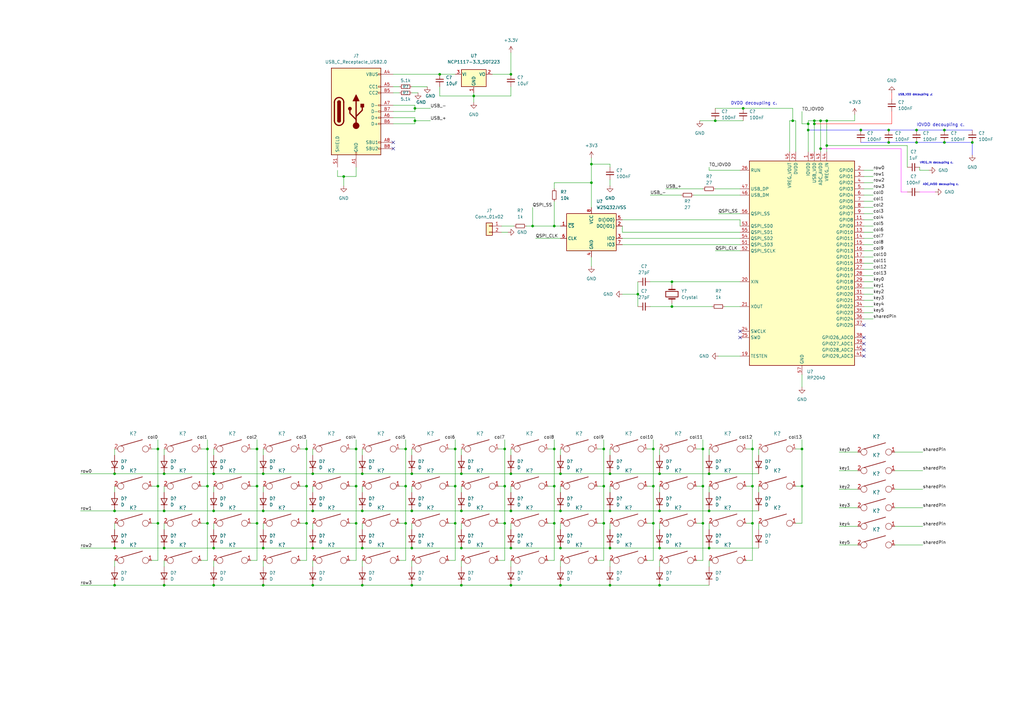
<source format=kicad_sch>
(kicad_sch (version 20211123) (generator eeschema)
  (paper "A3")
  (junction (at 339.09 49.53))
  (junction (at 146.05 184.15))
  (junction (at 105.41 214.63))
  (junction (at 339.09 59.69))
  (junction (at 364.49 53.34))
  (junction (at 387.35 58.42))
  (junction (at 229.87 224.79))
  (junction (at 270.51 240.03))
  (junction (at 242.57 67.31))
  (junction (at 247.65 184.15))
  (junction (at 250.19 209.55))
  (junction (at 375.92 53.34))
  (junction (at 250.19 224.79))
  (junction (at 288.29 184.15))
  (junction (at 128.27 240.03))
  (junction (at 107.95 194.31))
  (junction (at 207.01 199.39))
  (junction (at 290.83 209.55))
  (junction (at 242.57 74.93))
  (junction (at 328.93 184.15))
  (junction (at 107.95 209.55))
  (junction (at 128.27 194.31))
  (junction (at 227.33 214.63))
  (junction (at 148.59 224.79))
  (junction (at 270.51 194.31))
  (junction (at 325.12 49.53))
  (junction (at 189.23 240.03))
  (junction (at 328.93 199.39))
  (junction (at 353.06 53.34))
  (junction (at 336.55 60.96))
  (junction (at 170.18 49.53))
  (junction (at 67.31 224.79))
  (junction (at 146.05 199.39))
  (junction (at 107.95 240.03))
  (junction (at 189.23 224.79))
  (junction (at 398.78 58.42))
  (junction (at 140.97 72.39))
  (junction (at 334.01 49.53))
  (junction (at 148.59 240.03))
  (junction (at 288.29 214.63))
  (junction (at 46.99 209.55))
  (junction (at 267.97 214.63))
  (junction (at 180.34 30.48))
  (junction (at 168.91 209.55))
  (junction (at 85.09 214.63))
  (junction (at 148.59 209.55))
  (junction (at 261.62 120.65))
  (junction (at 85.09 184.15))
  (junction (at 125.73 199.39))
  (junction (at 218.44 92.71))
  (junction (at 168.91 240.03))
  (junction (at 67.31 209.55))
  (junction (at 194.31 39.37))
  (junction (at 331.47 50.8))
  (junction (at 290.83 224.79))
  (junction (at 67.31 240.03))
  (junction (at 125.73 214.63))
  (junction (at 166.37 199.39))
  (junction (at 308.61 184.15))
  (junction (at 270.51 209.55))
  (junction (at 207.01 184.15))
  (junction (at 46.99 194.31))
  (junction (at 209.55 224.79))
  (junction (at 375.92 58.42))
  (junction (at 107.95 224.79))
  (junction (at 331.47 53.34))
  (junction (at 229.87 209.55))
  (junction (at 105.41 199.39))
  (junction (at 87.63 194.31))
  (junction (at 87.63 224.79))
  (junction (at 67.31 194.31))
  (junction (at 189.23 209.55))
  (junction (at 64.77 184.15))
  (junction (at 227.33 199.39))
  (junction (at 227.33 184.15))
  (junction (at 267.97 184.15))
  (junction (at 189.23 194.31))
  (junction (at 148.59 194.31))
  (junction (at 186.69 214.63))
  (junction (at 46.99 240.03))
  (junction (at 229.87 194.31))
  (junction (at 207.01 214.63))
  (junction (at 105.41 184.15))
  (junction (at 304.8 44.45))
  (junction (at 46.99 224.79))
  (junction (at 87.63 240.03))
  (junction (at 168.91 194.31))
  (junction (at 288.29 199.39))
  (junction (at 270.51 224.79))
  (junction (at 290.83 194.31))
  (junction (at 168.91 224.79))
  (junction (at 229.87 240.03))
  (junction (at 85.09 199.39))
  (junction (at 293.37 49.53))
  (junction (at 275.59 115.57))
  (junction (at 146.05 214.63))
  (junction (at 336.55 49.53))
  (junction (at 250.19 194.31))
  (junction (at 308.61 199.39))
  (junction (at 275.59 125.73))
  (junction (at 247.65 214.63))
  (junction (at 247.65 199.39))
  (junction (at 64.77 199.39))
  (junction (at 209.55 240.03))
  (junction (at 170.18 44.45))
  (junction (at 364.49 58.42))
  (junction (at 128.27 224.79))
  (junction (at 227.33 92.71))
  (junction (at 209.55 209.55))
  (junction (at 87.63 209.55))
  (junction (at 209.55 194.31))
  (junction (at 166.37 214.63))
  (junction (at 166.37 184.15))
  (junction (at 128.27 209.55))
  (junction (at 308.61 214.63))
  (junction (at 267.97 199.39))
  (junction (at 387.35 53.34))
  (junction (at 186.69 199.39))
  (junction (at 125.73 184.15))
  (junction (at 209.55 30.48))
  (junction (at 334.01 50.8))
  (junction (at 250.19 240.03))
  (junction (at 64.77 214.63))
  (junction (at 186.69 184.15))
  (no_connect (at 161.29 60.96))
  (no_connect (at 161.29 58.42))
  (no_connect (at 303.53 135.89))
  (no_connect (at 303.53 138.43))
  (no_connect (at 354.33 133.35))
  (no_connect (at 354.33 138.43))
  (no_connect (at 354.33 140.97))
  (no_connect (at 354.33 143.51))
  (no_connect (at 354.33 146.05))
  (wire (pts (xy 331.47 50.8) (xy 331.47 53.34)))
  (wire (pts (xy 242.57 74.93) (xy 242.57 85.09)))
  (wire (pts (xy 189.23 229.87) (xy 189.23 232.41)))
  (wire (pts (xy 163.83 199.39) (xy 166.37 199.39)))
  (wire (pts (xy 168.91 35.56) (xy 175.26 35.56)))
  (wire (pts (xy 46.99 224.79) (xy 67.31 224.79)))
  (wire (pts (xy 64.77 184.15) (xy 64.77 199.39)))
  (wire (pts (xy 336.55 62.23) (xy 336.55 60.96)))
  (wire (pts (xy 323.85 49.53) (xy 323.85 62.23)))
  (wire (pts (xy 229.87 209.55) (xy 250.19 209.55)))
  (wire (pts (xy 344.17 185.42) (xy 351.79 185.42)))
  (wire (pts (xy 229.87 184.15) (xy 229.87 186.69)))
  (wire (pts (xy 308.61 184.15) (xy 308.61 180.34)))
  (wire (pts (xy 354.33 92.71) (xy 358.14 92.71)))
  (wire (pts (xy 270.51 229.87) (xy 270.51 232.41)))
  (wire (pts (xy 290.83 69.85) (xy 303.53 69.85)))
  (wire (pts (xy 87.63 209.55) (xy 107.95 209.55)))
  (wire (pts (xy 261.62 115.57) (xy 261.62 120.65)))
  (wire (pts (xy 82.55 199.39) (xy 85.09 199.39)))
  (wire (pts (xy 354.33 125.73) (xy 358.14 125.73)))
  (wire (pts (xy 336.55 60.96) (xy 336.55 49.53)))
  (wire (pts (xy 166.37 184.15) (xy 166.37 199.39)))
  (wire (pts (xy 369.57 60.96) (xy 369.57 78.74)) (stroke (width 0) (color 255 0 255 1)))
  (wire (pts (xy 215.9 92.71) (xy 218.44 92.71)))
  (wire (pts (xy 148.59 194.31) (xy 168.91 194.31)))
  (wire (pts (xy 326.39 49.53) (xy 325.12 49.53)))
  (wire (pts (xy 290.83 194.31) (xy 311.15 194.31)))
  (wire (pts (xy 364.49 53.34) (xy 375.92 53.34)) (stroke (width 0) (color 0 0 255 1)))
  (wire (pts (xy 354.33 107.95) (xy 358.14 107.95)))
  (wire (pts (xy 148.59 240.03) (xy 168.91 240.03)))
  (wire (pts (xy 218.44 85.09) (xy 218.44 92.71)))
  (wire (pts (xy 308.61 184.15) (xy 308.61 199.39)))
  (wire (pts (xy 287.02 49.53) (xy 293.37 49.53)))
  (wire (pts (xy 354.33 95.25) (xy 358.14 95.25)))
  (wire (pts (xy 170.18 45.72) (xy 161.29 45.72)))
  (wire (pts (xy 250.19 184.15) (xy 250.19 186.69)))
  (wire (pts (xy 148.59 229.87) (xy 148.59 232.41)))
  (wire (pts (xy 64.77 199.39) (xy 64.77 214.63)))
  (wire (pts (xy 219.71 97.79) (xy 229.87 97.79)))
  (wire (pts (xy 163.83 214.63) (xy 166.37 214.63)))
  (wire (pts (xy 87.63 240.03) (xy 107.95 240.03)))
  (wire (pts (xy 218.44 92.71) (xy 227.33 92.71)))
  (wire (pts (xy 266.7 115.57) (xy 275.59 115.57)))
  (wire (pts (xy 209.55 224.79) (xy 229.87 224.79)))
  (wire (pts (xy 344.17 208.28) (xy 351.79 208.28)))
  (wire (pts (xy 123.19 229.87) (xy 125.73 229.87)))
  (wire (pts (xy 204.47 184.15) (xy 207.01 184.15)))
  (wire (pts (xy 303.53 90.17) (xy 255.27 90.17)))
  (wire (pts (xy 229.87 229.87) (xy 229.87 232.41)))
  (wire (pts (xy 265.43 229.87) (xy 267.97 229.87)))
  (wire (pts (xy 250.19 199.39) (xy 250.19 201.93)))
  (wire (pts (xy 87.63 214.63) (xy 87.63 217.17)))
  (wire (pts (xy 242.57 64.77) (xy 242.57 67.31)))
  (wire (pts (xy 184.15 214.63) (xy 186.69 214.63)))
  (wire (pts (xy 354.33 115.57) (xy 358.14 115.57)))
  (wire (pts (xy 387.35 53.34) (xy 398.78 53.34)) (stroke (width 0) (color 0 0 255 1)))
  (wire (pts (xy 168.91 240.03) (xy 189.23 240.03)))
  (wire (pts (xy 194.31 38.1) (xy 194.31 39.37)))
  (wire (pts (xy 143.51 184.15) (xy 146.05 184.15)))
  (wire (pts (xy 46.99 184.15) (xy 46.99 186.69)))
  (wire (pts (xy 270.51 209.55) (xy 290.83 209.55)))
  (wire (pts (xy 293.37 102.87) (xy 303.53 102.87)))
  (wire (pts (xy 128.27 209.55) (xy 148.59 209.55)))
  (wire (pts (xy 328.93 184.15) (xy 328.93 180.34)))
  (wire (pts (xy 128.27 199.39) (xy 128.27 201.93)))
  (wire (pts (xy 189.23 214.63) (xy 189.23 217.17)))
  (wire (pts (xy 128.27 194.31) (xy 148.59 194.31)))
  (wire (pts (xy 189.23 224.79) (xy 209.55 224.79)))
  (wire (pts (xy 275.59 124.46) (xy 275.59 125.73)))
  (wire (pts (xy 227.33 184.15) (xy 227.33 199.39)))
  (wire (pts (xy 250.19 224.79) (xy 270.51 224.79)))
  (wire (pts (xy 354.33 102.87) (xy 358.14 102.87)))
  (wire (pts (xy 170.18 44.45) (xy 176.53 44.45)))
  (wire (pts (xy 336.55 60.96) (xy 369.57 60.96)) (stroke (width 0) (color 255 0 255 1)))
  (wire (pts (xy 87.63 194.31) (xy 107.95 194.31)))
  (wire (pts (xy 285.75 184.15) (xy 288.29 184.15)))
  (wire (pts (xy 229.87 199.39) (xy 229.87 201.93)))
  (wire (pts (xy 294.64 146.05) (xy 303.53 146.05)))
  (wire (pts (xy 227.33 74.93) (xy 242.57 74.93)))
  (wire (pts (xy 102.87 184.15) (xy 105.41 184.15)))
  (wire (pts (xy 290.83 68.58) (xy 290.83 69.85)))
  (wire (pts (xy 297.18 125.73) (xy 303.53 125.73)))
  (wire (pts (xy 328.93 153.67) (xy 328.93 158.75)))
  (wire (pts (xy 270.51 224.79) (xy 290.83 224.79)))
  (wire (pts (xy 344.17 215.9) (xy 351.79 215.9)))
  (wire (pts (xy 146.05 184.15) (xy 146.05 180.34)))
  (wire (pts (xy 123.19 199.39) (xy 125.73 199.39)))
  (wire (pts (xy 67.31 214.63) (xy 67.31 217.17)))
  (wire (pts (xy 140.97 72.39) (xy 140.97 76.2)))
  (wire (pts (xy 46.99 214.63) (xy 46.99 217.17)))
  (wire (pts (xy 354.33 74.93) (xy 358.14 74.93)))
  (wire (pts (xy 82.55 184.15) (xy 85.09 184.15)))
  (wire (pts (xy 166.37 214.63) (xy 166.37 229.87)))
  (wire (pts (xy 293.37 77.47) (xy 303.53 77.47)))
  (wire (pts (xy 229.87 224.79) (xy 250.19 224.79)))
  (wire (pts (xy 204.47 199.39) (xy 207.01 199.39)))
  (wire (pts (xy 326.39 62.23) (xy 326.39 49.53)))
  (wire (pts (xy 247.65 199.39) (xy 247.65 214.63)))
  (wire (pts (xy 354.33 100.33) (xy 358.14 100.33)))
  (wire (pts (xy 354.33 118.11) (xy 358.14 118.11)))
  (wire (pts (xy 242.57 67.31) (xy 242.57 74.93)))
  (wire (pts (xy 377.19 78.74) (xy 383.54 78.74)) (stroke (width 0) (color 255 0 255 1)))
  (wire (pts (xy 125.73 184.15) (xy 125.73 199.39)))
  (wire (pts (xy 161.29 35.56) (xy 163.83 35.56)))
  (wire (pts (xy 189.23 209.55) (xy 209.55 209.55)))
  (wire (pts (xy 245.11 229.87) (xy 247.65 229.87)))
  (wire (pts (xy 247.65 184.15) (xy 247.65 199.39)))
  (wire (pts (xy 267.97 184.15) (xy 267.97 180.34)))
  (wire (pts (xy 247.65 214.63) (xy 247.65 229.87)))
  (wire (pts (xy 87.63 229.87) (xy 87.63 232.41)))
  (wire (pts (xy 209.55 229.87) (xy 209.55 232.41)))
  (wire (pts (xy 64.77 184.15) (xy 64.77 180.34)))
  (wire (pts (xy 294.64 87.63) (xy 303.53 87.63)))
  (wire (pts (xy 82.55 229.87) (xy 85.09 229.87)))
  (wire (pts (xy 350.52 49.53) (xy 350.52 46.99)))
  (wire (pts (xy 375.92 58.42) (xy 387.35 58.42)) (stroke (width 0) (color 0 0 255 1)))
  (wire (pts (xy 367.03 185.42) (xy 378.46 185.42)))
  (wire (pts (xy 170.18 43.18) (xy 170.18 44.45)))
  (wire (pts (xy 334.01 50.8) (xy 365.76 50.8)) (stroke (width 0) (color 255 0 0 1)))
  (wire (pts (xy 354.33 90.17) (xy 358.14 90.17)))
  (wire (pts (xy 205.74 92.71) (xy 210.82 92.71)))
  (wire (pts (xy 250.19 209.55) (xy 270.51 209.55)))
  (wire (pts (xy 87.63 184.15) (xy 87.63 186.69)))
  (wire (pts (xy 326.39 214.63) (xy 328.93 214.63)))
  (wire (pts (xy 33.02 194.31) (xy 46.99 194.31)))
  (wire (pts (xy 266.7 125.73) (xy 275.59 125.73)))
  (wire (pts (xy 344.17 223.52) (xy 351.79 223.52)))
  (wire (pts (xy 209.55 214.63) (xy 209.55 217.17)))
  (wire (pts (xy 166.37 199.39) (xy 166.37 214.63)))
  (wire (pts (xy 67.31 224.79) (xy 87.63 224.79)))
  (wire (pts (xy 170.18 49.53) (xy 176.53 49.53)))
  (wire (pts (xy 306.07 199.39) (xy 308.61 199.39)))
  (wire (pts (xy 275.59 125.73) (xy 292.1 125.73)))
  (wire (pts (xy 161.29 43.18) (xy 170.18 43.18)))
  (wire (pts (xy 255.27 120.65) (xy 261.62 120.65)))
  (wire (pts (xy 62.23 214.63) (xy 64.77 214.63)))
  (wire (pts (xy 229.87 240.03) (xy 250.19 240.03)))
  (wire (pts (xy 261.62 120.65) (xy 261.62 125.73)))
  (wire (pts (xy 331.47 53.34) (xy 353.06 53.34)) (stroke (width 0) (color 0 0 255 1)))
  (wire (pts (xy 107.95 194.31) (xy 128.27 194.31)))
  (wire (pts (xy 270.51 194.31) (xy 290.83 194.31)))
  (wire (pts (xy 107.95 214.63) (xy 107.95 217.17)))
  (wire (pts (xy 168.91 199.39) (xy 168.91 201.93)))
  (wire (pts (xy 186.69 30.48) (xy 180.34 30.48)))
  (wire (pts (xy 255.27 97.79) (xy 303.53 97.79)))
  (wire (pts (xy 85.09 184.15) (xy 85.09 199.39)))
  (wire (pts (xy 138.43 69.85) (xy 138.43 72.39)))
  (wire (pts (xy 107.95 240.03) (xy 128.27 240.03)))
  (wire (pts (xy 381 69.85) (xy 377.19 69.85)))
  (wire (pts (xy 102.87 199.39) (xy 105.41 199.39)))
  (wire (pts (xy 33.02 209.55) (xy 46.99 209.55)))
  (wire (pts (xy 250.19 73.66) (xy 250.19 76.2)))
  (wire (pts (xy 387.35 58.42) (xy 398.78 58.42)) (stroke (width 0) (color 0 0 255 1)))
  (wire (pts (xy 125.73 214.63) (xy 125.73 229.87)))
  (wire (pts (xy 227.33 77.47) (xy 227.33 74.93)))
  (wire (pts (xy 354.33 97.79) (xy 358.14 97.79)))
  (wire (pts (xy 354.33 85.09) (xy 358.14 85.09)))
  (wire (pts (xy 290.83 209.55) (xy 311.15 209.55)))
  (wire (pts (xy 148.59 199.39) (xy 148.59 201.93)))
  (wire (pts (xy 293.37 49.53) (xy 304.8 49.53)))
  (wire (pts (xy 87.63 224.79) (xy 107.95 224.79)))
  (wire (pts (xy 339.09 59.69) (xy 372.11 59.69)))
  (wire (pts (xy 107.95 229.87) (xy 107.95 232.41)))
  (wire (pts (xy 265.43 199.39) (xy 267.97 199.39)))
  (wire (pts (xy 46.99 240.03) (xy 67.31 240.03)))
  (wire (pts (xy 290.83 199.39) (xy 290.83 201.93)))
  (wire (pts (xy 375.92 53.34) (xy 387.35 53.34)) (stroke (width 0) (color 0 0 255 1)))
  (wire (pts (xy 67.31 229.87) (xy 67.31 232.41)))
  (wire (pts (xy 128.27 214.63) (xy 128.27 217.17)))
  (wire (pts (xy 209.55 209.55) (xy 229.87 209.55)))
  (wire (pts (xy 372.11 59.69) (xy 372.11 68.58)))
  (wire (pts (xy 229.87 194.31) (xy 250.19 194.31)))
  (wire (pts (xy 339.09 49.53) (xy 339.09 59.69)))
  (wire (pts (xy 311.15 184.15) (xy 311.15 186.69)))
  (wire (pts (xy 354.33 82.55) (xy 358.14 82.55)))
  (wire (pts (xy 125.73 199.39) (xy 125.73 214.63)))
  (wire (pts (xy 328.93 50.8) (xy 331.47 50.8)))
  (wire (pts (xy 303.53 95.25) (xy 255.27 95.25)))
  (wire (pts (xy 308.61 214.63) (xy 308.61 229.87)))
  (wire (pts (xy 250.19 240.03) (xy 270.51 240.03)))
  (wire (pts (xy 62.23 229.87) (xy 64.77 229.87)))
  (wire (pts (xy 250.19 214.63) (xy 250.19 217.17)))
  (wire (pts (xy 326.39 199.39) (xy 328.93 199.39)))
  (wire (pts (xy 367.03 193.04) (xy 378.46 193.04)))
  (wire (pts (xy 209.55 39.37) (xy 194.31 39.37)))
  (wire (pts (xy 168.91 229.87) (xy 168.91 232.41)))
  (wire (pts (xy 148.59 224.79) (xy 168.91 224.79)))
  (wire (pts (xy 128.27 240.03) (xy 148.59 240.03)))
  (wire (pts (xy 255.27 100.33) (xy 303.53 100.33)))
  (wire (pts (xy 184.15 229.87) (xy 186.69 229.87)))
  (wire (pts (xy 168.91 194.31) (xy 189.23 194.31)))
  (wire (pts (xy 168.91 209.55) (xy 189.23 209.55)))
  (wire (pts (xy 67.31 199.39) (xy 67.31 201.93)))
  (wire (pts (xy 184.15 199.39) (xy 186.69 199.39)))
  (wire (pts (xy 328.93 184.15) (xy 328.93 199.39)))
  (wire (pts (xy 353.06 58.42) (xy 364.49 58.42)) (stroke (width 0) (color 0 0 255 1)))
  (wire (pts (xy 180.34 39.37) (xy 194.31 39.37)))
  (wire (pts (xy 46.99 209.55) (xy 67.31 209.55)))
  (wire (pts (xy 148.59 184.15) (xy 148.59 186.69)))
  (wire (pts (xy 367.03 223.52) (xy 378.46 223.52)))
  (wire (pts (xy 204.47 214.63) (xy 207.01 214.63)))
  (wire (pts (xy 143.51 214.63) (xy 146.05 214.63)))
  (wire (pts (xy 339.09 49.53) (xy 350.52 49.53)))
  (wire (pts (xy 140.97 72.39) (xy 146.05 72.39)))
  (wire (pts (xy 189.23 240.03) (xy 209.55 240.03)))
  (wire (pts (xy 229.87 214.63) (xy 229.87 217.17)))
  (wire (pts (xy 325.12 44.45) (xy 325.12 49.53)))
  (wire (pts (xy 270.51 199.39) (xy 270.51 201.93)))
  (wire (pts (xy 265.43 214.63) (xy 267.97 214.63)))
  (wire (pts (xy 67.31 240.03) (xy 87.63 240.03)))
  (wire (pts (xy 270.51 214.63) (xy 270.51 217.17)))
  (wire (pts (xy 354.33 120.65) (xy 358.14 120.65)))
  (wire (pts (xy 67.31 209.55) (xy 87.63 209.55)))
  (wire (pts (xy 146.05 214.63) (xy 146.05 229.87)))
  (wire (pts (xy 364.49 58.42) (xy 375.92 58.42)) (stroke (width 0) (color 0 0 255 1)))
  (wire (pts (xy 354.33 130.81) (xy 358.14 130.81)))
  (wire (pts (xy 328.93 199.39) (xy 328.93 214.63)))
  (wire (pts (xy 267.97 184.15) (xy 267.97 199.39)))
  (wire (pts (xy 204.47 229.87) (xy 207.01 229.87)))
  (wire (pts (xy 339.09 59.69) (xy 339.09 62.23)))
  (wire (pts (xy 46.99 199.39) (xy 46.99 201.93)))
  (wire (pts (xy 224.79 214.63) (xy 227.33 214.63)))
  (wire (pts (xy 107.95 199.39) (xy 107.95 201.93)))
  (wire (pts (xy 146.05 199.39) (xy 146.05 214.63)))
  (wire (pts (xy 143.51 199.39) (xy 146.05 199.39)))
  (wire (pts (xy 184.15 184.15) (xy 186.69 184.15)))
  (wire (pts (xy 168.91 214.63) (xy 168.91 217.17)))
  (wire (pts (xy 87.63 199.39) (xy 87.63 201.93)))
  (wire (pts (xy 334.01 49.53) (xy 334.01 50.8)))
  (wire (pts (xy 336.55 49.53) (xy 339.09 49.53)))
  (wire (pts (xy 334.01 49.53) (xy 336.55 49.53)))
  (wire (pts (xy 288.29 184.15) (xy 288.29 180.34)))
  (wire (pts (xy 265.43 184.15) (xy 267.97 184.15)))
  (wire (pts (xy 163.83 184.15) (xy 166.37 184.15)))
  (wire (pts (xy 303.53 92.71) (xy 303.53 90.17)))
  (wire (pts (xy 267.97 214.63) (xy 267.97 229.87)))
  (wire (pts (xy 353.06 53.34) (xy 364.49 53.34)) (stroke (width 0) (color 0 0 255 1)))
  (wire (pts (xy 245.11 184.15) (xy 247.65 184.15)))
  (wire (pts (xy 285.75 214.63) (xy 288.29 214.63)))
  (wire (pts (xy 227.33 199.39) (xy 227.33 214.63)))
  (wire (pts (xy 64.77 214.63) (xy 64.77 229.87)))
  (wire (pts (xy 207.01 199.39) (xy 207.01 214.63)))
  (wire (pts (xy 85.09 214.63) (xy 85.09 229.87)))
  (wire (pts (xy 293.37 44.45) (xy 304.8 44.45)))
  (wire (pts (xy 354.33 110.49) (xy 358.14 110.49)))
  (wire (pts (xy 227.33 184.15) (xy 227.33 180.34)))
  (wire (pts (xy 354.33 77.47) (xy 358.14 77.47)))
  (wire (pts (xy 166.37 184.15) (xy 166.37 180.34)))
  (wire (pts (xy 354.33 113.03) (xy 358.14 113.03)))
  (wire (pts (xy 255.27 95.25) (xy 255.27 92.71)))
  (wire (pts (xy 82.55 214.63) (xy 85.09 214.63)))
  (wire (pts (xy 146.05 72.39) (xy 146.05 68.58)))
  (wire (pts (xy 128.27 184.15) (xy 128.27 186.69)))
  (wire (pts (xy 354.33 80.01) (xy 358.14 80.01)))
  (wire (pts (xy 186.69 199.39) (xy 186.69 214.63)))
  (wire (pts (xy 170.18 49.53) (xy 170.18 50.8)))
  (wire (pts (xy 227.33 92.71) (xy 227.33 82.55)))
  (wire (pts (xy 105.41 184.15) (xy 105.41 199.39)))
  (wire (pts (xy 148.59 214.63) (xy 148.59 217.17)))
  (wire (pts (xy 288.29 184.15) (xy 288.29 199.39)))
  (wire (pts (xy 224.79 199.39) (xy 227.33 199.39)))
  (wire (pts (xy 325.12 49.53) (xy 323.85 49.53)))
  (wire (pts (xy 267.97 199.39) (xy 267.97 214.63)))
  (wire (pts (xy 367.03 208.28) (xy 378.46 208.28)))
  (wire (pts (xy 367.03 200.66) (xy 378.46 200.66)))
  (wire (pts (xy 288.29 214.63) (xy 288.29 229.87)))
  (wire (pts (xy 354.33 123.19) (xy 358.14 123.19)))
  (wire (pts (xy 365.76 50.8) (xy 365.76 45.72)) (stroke (width 0) (color 255 0 0 1)))
  (wire (pts (xy 311.15 199.39) (xy 311.15 201.93)))
  (wire (pts (xy 62.23 199.39) (xy 64.77 199.39)))
  (wire (pts (xy 107.95 184.15) (xy 107.95 186.69)))
  (wire (pts (xy 284.48 80.01) (xy 303.53 80.01)))
  (wire (pts (xy 67.31 184.15) (xy 67.31 186.69)))
  (wire (pts (xy 285.75 199.39) (xy 288.29 199.39)))
  (wire (pts (xy 146.05 184.15) (xy 146.05 199.39)))
  (wire (pts (xy 266.7 80.01) (xy 279.4 80.01)))
  (wire (pts (xy 33.02 240.03) (xy 46.99 240.03)))
  (wire (pts (xy 242.57 105.41) (xy 242.57 109.22)))
  (wire (pts (xy 201.93 30.48) (xy 209.55 30.48)))
  (wire (pts (xy 288.29 199.39) (xy 288.29 214.63)))
  (wire (pts (xy 186.69 214.63) (xy 186.69 229.87)))
  (wire (pts (xy 354.33 72.39) (xy 358.14 72.39)))
  (wire (pts (xy 170.18 44.45) (xy 170.18 45.72)))
  (wire (pts (xy 250.19 229.87) (xy 250.19 232.41)))
  (wire (pts (xy 273.05 77.47) (xy 288.29 77.47)))
  (wire (pts (xy 105.41 214.63) (xy 105.41 229.87)))
  (wire (pts (xy 365.76 38.1) (xy 365.76 40.64)) (stroke (width 0) (color 255 0 0 1)))
  (wire (pts (xy 209.55 240.03) (xy 229.87 240.03)))
  (wire (pts (xy 224.79 184.15) (xy 227.33 184.15)))
  (wire (pts (xy 125.73 184.15) (xy 125.73 180.34)))
  (wire (pts (xy 143.51 229.87) (xy 146.05 229.87)))
  (wire (pts (xy 369.57 78.74) (xy 372.11 78.74)) (stroke (width 0) (color 255 0 255 1)))
  (wire (pts (xy 209.55 35.56) (xy 209.55 39.37)))
  (wire (pts (xy 331.47 49.53) (xy 334.01 49.53)))
  (wire (pts (xy 326.39 184.15) (xy 328.93 184.15)))
  (wire (pts (xy 209.55 199.39) (xy 209.55 201.93)))
  (wire (pts (xy 290.83 224.79) (xy 311.15 224.79)))
  (wire (pts (xy 168.91 38.1) (xy 171.45 38.1)))
  (wire (pts (xy 186.69 184.15) (xy 186.69 180.34)))
  (wire (pts (xy 367.03 215.9) (xy 378.46 215.9)))
  (wire (pts (xy 245.11 214.63) (xy 247.65 214.63)))
  (wire (pts (xy 311.15 214.63) (xy 311.15 217.17)))
  (wire (pts (xy 207.01 184.15) (xy 207.01 199.39)))
  (wire (pts (xy 398.78 58.42) (xy 398.78 63.5)) (stroke (width 0) (color 0 0 255 1)))
  (wire (pts (xy 180.34 35.56) (xy 180.34 39.37)))
  (wire (pts (xy 354.33 128.27) (xy 358.14 128.27)))
  (wire (pts (xy 161.29 48.26) (xy 170.18 48.26)))
  (wire (pts (xy 189.23 194.31) (xy 209.55 194.31)))
  (wire (pts (xy 170.18 50.8) (xy 161.29 50.8)))
  (wire (pts (xy 105.41 199.39) (xy 105.41 214.63)))
  (wire (pts (xy 331.47 53.34) (xy 331.47 62.23)))
  (wire (pts (xy 128.27 229.87) (xy 128.27 232.41)))
  (wire (pts (xy 275.59 116.84) (xy 275.59 115.57)))
  (wire (pts (xy 250.19 194.31) (xy 270.51 194.31)))
  (wire (pts (xy 304.8 44.45) (xy 325.12 44.45)))
  (wire (pts (xy 354.33 87.63) (xy 358.14 87.63)))
  (wire (pts (xy 344.17 200.66) (xy 351.79 200.66)))
  (wire (pts (xy 189.23 199.39) (xy 189.23 201.93)))
  (wire (pts (xy 247.65 184.15) (xy 247.65 180.34)))
  (wire (pts (xy 138.43 72.39) (xy 140.97 72.39)))
  (wire (pts (xy 105.41 184.15) (xy 105.41 180.34)))
  (wire (pts (xy 290.83 229.87) (xy 290.83 232.41)))
  (wire (pts (xy 308.61 199.39) (xy 308.61 214.63)))
  (wire (pts (xy 250.19 67.31) (xy 242.57 67.31)))
  (wire (pts (xy 205.74 95.25) (xy 208.28 95.25)))
  (wire (pts (xy 85.09 184.15) (xy 85.09 180.34)))
  (wire (pts (xy 163.83 229.87) (xy 166.37 229.87)))
  (wire (pts (xy 328.93 45.72) (xy 328.93 50.8)))
  (wire (pts (xy 285.75 229.87) (xy 288.29 229.87)))
  (wire (pts (xy 170.18 48.26) (xy 170.18 49.53)))
  (wire (pts (xy 227.33 92.71) (xy 229.87 92.71)))
  (wire (pts (xy 148.59 209.55) (xy 168.91 209.55)))
  (wire (pts (xy 186.69 184.15) (xy 186.69 199.39)))
  (wire (pts (xy 306.07 229.87) (xy 308.61 229.87)))
  (wire (pts (xy 128.27 224.79) (xy 148.59 224.79)))
  (wire (pts (xy 354.33 105.41) (xy 358.14 105.41)))
  (wire (pts (xy 46.99 194.31) (xy 67.31 194.31)))
  (wire (pts (xy 209.55 21.59) (xy 209.55 30.48)))
  (wire (pts (xy 189.23 184.15) (xy 189.23 186.69)))
  (wire (pts (xy 180.34 30.48) (xy 161.29 30.48)))
  (wire (pts (xy 168.91 184.15) (xy 168.91 186.69)))
  (wire (pts (xy 33.02 224.79) (xy 46.99 224.79)))
  (wire (pts (xy 377.19 69.85) (xy 377.19 68.58)))
  (wire (pts (xy 250.19 68.58) (xy 250.19 67.31)))
  (wire (pts (xy 102.87 214.63) (xy 105.41 214.63)))
  (wire (pts (xy 306.07 214.63) (xy 308.61 214.63)))
  (wire (pts (xy 245.11 199.39) (xy 247.65 199.39)))
  (wire (pts (xy 123.19 184.15) (xy 125.73 184.15)))
  (wire (pts (xy 306.07 184.15) (xy 308.61 184.15)))
  (wire (pts (xy 123.19 214.63) (xy 125.73 214.63)))
  (wire (pts (xy 275.59 115.57) (xy 303.53 115.57)))
  (wire (pts (xy 290.83 184.15) (xy 290.83 186.69)))
  (wire (pts (xy 270.51 184.15) (xy 270.51 186.69)))
  (wire (pts (xy 207.01 214.63) (xy 207.01 229.87)))
  (wire (pts (xy 227.33 214.63) (xy 227.33 229.87)))
  (wire (pts (xy 46.99 229.87) (xy 46.99 232.41)))
  (wire (pts (xy 161.29 38.1) (xy 163.83 38.1)))
  (wire (pts (xy 102.87 229.87) (xy 105.41 229.87)))
  (wire (pts (xy 270.51 240.03) (xy 290.83 240.03)))
  (wire (pts (xy 209.55 194.31) (xy 229.87 194.31)))
  (wire (pts (xy 107.95 224.79) (xy 128.27 224.79)))
  (wire (pts (xy 85.09 199.39) (xy 85.09 214.63)))
  (wire (pts (xy 331.47 49.53) (xy 331.47 50.8)))
  (wire (pts (xy 224.79 229.87) (xy 227.33 229.87)))
  (wire (pts (xy 168.91 224.79) (xy 189.23 224.79)))
  (wire (pts (xy 344.17 193.04) (xy 351.79 193.04)))
  (wire (pts (xy 62.23 184.15) (xy 64.77 184.15)))
  (wire (pts (xy 354.33 69.85) (xy 358.14 69.85)))
  (wire (pts (xy 67.31 194.31) (xy 87.63 194.31)))
  (wire (pts (xy 290.83 214.63) (xy 290.83 217.17)))
  (wire (pts (xy 334.01 50.8) (xy 334.01 62.23)))
  (wire (pts (xy 107.95 209.55) (xy 128.27 209.55)))
  (wire (pts (xy 194.31 39.37) (xy 194.31 41.91)))
  (wire (pts (xy 207.01 184.15) (xy 207.01 180.34)))
  (wire (pts (xy 209.55 184.15) (xy 209.55 186.69)))
  (text "IOVDD decoupling c." (at 375.92 52.07 0) (effects (font (size 1.27 1.27)) (justify left bottom)))
  (text "DVDD decoupling c.\n" (at 299.72 43.18 0) (effects (font (size 1.27 1.27)) (justify left bottom)))
  (text "ADC_AVDD decoupling c." (at 378.46 76.2 0) (effects (font (size 0.8 0.8)) (justify left bottom)))
  (text "USB_VDD decoupling .c\n" (at 368.3 39.37 0) (effects (font (size 0.8 0.8)) (justify left bottom)))
  (text "VREG_IN decoupling c." (at 377.19 67.31 0) (effects (font (size 0.8 0.8)) (justify left bottom)))
  (label "col0" (at 64.77 180.34 180))
  (label "USB_-" (at 266.7 80.01 0))
  (label "USB_+" (at 176.53 49.53 0))
  (label "col4" (at 146.05 180.34 180))
  (label "USB_-" (at 176.53 44.45 0))
  (label "key1" (at 344.17 193.04 0))
  (label "sharedPin" (at 378.46 208.28 0))
  (label "col7" (at 207.01 180.34 180))
  (label "QSPI_CLK" (at 219.71 97.79 0))
  (label "row3" (at 358.14 77.47 0))
  (label "key2" (at 344.17 200.66 0))
  (label "row3" (at 33.02 240.03 0))
  (label "sharedPin" (at 378.46 215.9 0))
  (label "col9" (at 247.65 180.34 180))
  (label "col11" (at 358.14 107.95 0))
  (label "col5" (at 166.37 180.34 180))
  (label "col3" (at 125.73 180.34 180))
  (label "col8" (at 227.33 180.34 180))
  (label "row0" (at 358.14 69.85 0))
  (label "row0" (at 33.02 194.31 0))
  (label "key0" (at 358.14 115.57 0))
  (label "row1" (at 33.02 209.55 0))
  (label "sharedPin" (at 378.46 200.66 0))
  (label "col8" (at 358.14 100.33 0))
  (label "sharedPin" (at 378.46 185.42 0))
  (label "key3" (at 344.17 208.28 0))
  (label "col6" (at 186.69 180.34 180))
  (label "row2" (at 33.02 224.79 0))
  (label "col2" (at 105.41 180.34 180))
  (label "QSPI_SS" (at 218.44 85.09 0))
  (label "col2" (at 358.14 85.09 0))
  (label "key2" (at 358.14 120.65 0))
  (label "col6" (at 358.14 95.25 0))
  (label "col13" (at 358.14 113.03 0))
  (label "QSPI_CLK" (at 293.37 102.87 0))
  (label "col9" (at 358.14 102.87 0))
  (label "col10" (at 267.97 180.34 180))
  (label "col5" (at 358.14 92.71 0))
  (label "key4" (at 344.17 215.9 0))
  (label "sharedPin" (at 378.46 193.04 0))
  (label "row2" (at 358.14 74.93 0))
  (label "col4" (at 358.14 90.17 0))
  (label "sharedPin" (at 378.46 223.52 0))
  (label "col11" (at 288.29 180.34 180))
  (label "col13" (at 328.93 180.34 180))
  (label "col12" (at 358.14 110.49 0))
  (label "col0" (at 358.14 80.01 0))
  (label "key5" (at 358.14 128.27 0))
  (label "USB_+" (at 273.05 77.47 0))
  (label "key3" (at 358.14 123.19 0))
  (label "TO_IOVDD" (at 290.83 68.58 0))
  (label "col1" (at 358.14 82.55 0))
  (label "key4" (at 358.14 125.73 0))
  (label "col3" (at 358.14 87.63 0))
  (label "sharedPin" (at 358.14 130.81 0))
  (label "key1" (at 358.14 118.11 0))
  (label "key0" (at 344.17 185.42 0))
  (label "col1" (at 85.09 180.34 180))
  (label "TO_IOVDD" (at 328.93 45.72 0))
  (label "col12" (at 308.61 180.34 180))
  (label "col7" (at 358.14 97.79 0))
  (label "col10" (at 358.14 105.41 0))
  (label "row1" (at 358.14 72.39 0))
  (label "QSPI_SS" (at 294.64 87.63 0))
  (label "key5" (at 344.17 223.52 0))
  (symbol (lib_id "keyboard_parts:KEYSW") (at 156.21 229.87 0) (unit 1)
    (property "Reference" "K?" (at 156.21 223.52 0) (effects (font (size 1.524 1.524))))
    (property "Value" "KEYSW" (effects hide))
  )
  (symbol (lib_id "keyboard_parts:KEYSW") (at 74.93 199.39 0) (unit 1)
    (property "Reference" "K?" (at 74.93 193.04 0) (effects (font (size 1.524 1.524))))
    (property "Value" "KEYSW" (effects hide))
  )
  (symbol (lib_id "Device:D") (at 209.55 220.98 90) (unit 1)
    (property "Reference" "D?" (at 212.09 219.7099 90) (effects (justify right)))
    (property "Value" "D" (at 212.09 222.2499 90) (effects (justify right)))
  )
  (symbol (lib_id "power:+3.3V") (at 209.55 21.59 0) (unit 1)
    (property "Reference" "#PWR?" (effects hide))
    (property "Value" "+3.3V" (at 209.55 16.51 0))
  )
  (symbol (lib_id "keyboard_parts:KEYSW") (at 298.45 229.87 0) (unit 1)
    (property "Reference" "K?" (at 298.45 223.52 0) (effects (font (size 1.524 1.524))))
    (property "Value" "KEYSW" (effects hide))
  )
  (symbol (lib_id "Device:C_Small") (at 250.19 71.12 0) (unit 1)
    (property "Reference" "C?" (at 252.73 69.8562 0) (effects (justify left)))
    (property "Value" "100nF" (at 252.73 72.3962 0) (effects (justify left)))
  )
  (symbol (lib_id "keyboard_parts:KEYSW") (at 115.57 214.63 0) (unit 1)
    (property "Reference" "K?" (at 115.57 208.28 0) (effects (font (size 1.524 1.524))))
    (property "Value" "KEYSW" (effects hide))
  )
  (symbol (lib_id "Device:D") (at 168.91 205.74 90) (unit 1)
    (property "Reference" "D?" (at 171.45 204.4699 90) (effects (justify right)))
    (property "Value" "D" (at 171.45 207.0099 90) (effects (justify right)))
  )
  (symbol (lib_id "power:GND") (at 208.28 95.25 90) (unit 1)
    (property "Reference" "#PWR?" (effects hide))
    (property "Value" "GND" (at 212.09 95.2499 90) (effects (justify right)))
  )
  (symbol (lib_id "Device:Crystal") (at 275.59 120.65 90) (unit 1)
    (property "Reference" "Y?" (at 279.4 119.3799 90) (effects (justify right)))
    (property "Value" "Crystal" (at 279.4 121.9199 90) (effects (justify right)))
  )
  (symbol (lib_id "Device:D") (at 107.95 236.22 90) (unit 1)
    (property "Reference" "D?" (at 110.49 234.9499 90) (effects (justify right)))
    (property "Value" "D" (at 110.49 237.4899 90) (effects (justify right)))
  )
  (symbol (lib_id "Regulator_Linear:NCP1117-3.3_SOT223") (at 194.31 30.48 0) (unit 1)
    (property "Reference" "U?" (at 194.31 22.86 0))
    (property "Value" "NCP1117-3.3_SOT223" (at 194.31 25.4 0))
    (property "Footprint" "Package_TO_SOT_SMD:SOT-223-3_TabPin2" (effects hide))
    (property "Datasheet" "http://www.onsemi.com/pub_link/Collateral/NCP1117-D.PDF" (effects hide))
  )
  (symbol (lib_id "Device:D") (at 290.83 220.98 90) (unit 1)
    (property "Reference" "D?" (at 293.37 219.7099 90) (effects (justify right)))
    (property "Value" "D" (at 293.37 222.2499 90) (effects (justify right)))
  )
  (symbol (lib_id "Device:D") (at 168.91 236.22 90) (unit 1)
    (property "Reference" "D?" (at 171.45 234.9499 90) (effects (justify right)))
    (property "Value" "D" (at 171.45 237.4899 90) (effects (justify right)))
  )
  (symbol (lib_id "keyboard_parts:KEYSW") (at 359.41 193.04 0) (unit 1)
    (property "Reference" "K?" (at 359.41 186.69 0) (effects (font (size 1.524 1.524))))
    (property "Value" "KEYSW" (effects hide))
  )
  (symbol (lib_id "Device:D") (at 148.59 205.74 90) (unit 1)
    (property "Reference" "D?" (at 151.13 204.4699 90) (effects (justify right)))
    (property "Value" "D" (at 151.13 207.0099 90) (effects (justify right)))
  )
  (symbol (lib_id "keyboard_parts:KEYSW") (at 196.85 184.15 0) (unit 1)
    (property "Reference" "K?" (at 196.85 177.8 0) (effects (font (size 1.524 1.524))))
    (property "Value" "KEYSW" (effects hide))
  )
  (symbol (lib_id "Device:D") (at 229.87 220.98 90) (unit 1)
    (property "Reference" "D?" (at 232.41 219.7099 90) (effects (justify right)))
    (property "Value" "D" (at 232.41 222.2499 90) (effects (justify right)))
  )
  (symbol (lib_id "power:GND") (at 242.57 109.22 0) (unit 1)
    (property "Reference" "#PWR?" (effects hide))
    (property "Value" "GND" (at 242.57 114.3 0))
  )
  (symbol (lib_id "keyboard_parts:KEYSW") (at 115.57 199.39 0) (unit 1)
    (property "Reference" "K?" (at 115.57 193.04 0) (effects (font (size 1.524 1.524))))
    (property "Value" "KEYSW" (effects hide))
  )
  (symbol (lib_id "Device:C_Small") (at 375.92 55.88 0) (unit 1)
    (property "Reference" "C?" (at 378.46 54.6162 0) (effects (justify left)))
    (property "Value" "100nF" (at 378.46 57.1562 0) (effects (justify left)))
  )
  (symbol (lib_id "keyboard_parts:KEYSW") (at 196.85 199.39 0) (unit 1)
    (property "Reference" "K?" (at 196.85 193.04 0) (effects (font (size 1.524 1.524))))
    (property "Value" "KEYSW" (effects hide))
  )
  (symbol (lib_id "keyboard_parts:KEYSW") (at 237.49 184.15 0) (unit 1)
    (property "Reference" "K?" (at 237.49 177.8 0) (effects (font (size 1.524 1.524))))
    (property "Value" "KEYSW" (effects hide))
  )
  (symbol (lib_id "Device:D") (at 67.31 220.98 90) (unit 1)
    (property "Reference" "D?" (at 69.85 219.7099 90) (effects (justify right)))
    (property "Value" "D" (at 69.85 222.2499 90) (effects (justify right)))
  )
  (symbol (lib_id "keyboard_parts:KEYSW") (at 135.89 199.39 0) (unit 1)
    (property "Reference" "K?" (at 135.89 193.04 0) (effects (font (size 1.524 1.524))))
    (property "Value" "KEYSW" (effects hide))
  )
  (symbol (lib_id "Device:C_Small") (at 180.34 33.02 0) (unit 1)
    (property "Reference" "C?" (at 182.88 31.7562 0) (effects (justify left)))
    (property "Value" "10uF" (at 182.88 34.2962 0) (effects (justify left)))
  )
  (symbol (lib_id "Device:D") (at 107.95 205.74 90) (unit 1)
    (property "Reference" "D?" (at 110.49 204.4699 90) (effects (justify right)))
    (property "Value" "D" (at 110.49 207.0099 90) (effects (justify right)))
  )
  (symbol (lib_id "keyboard_parts:KEYSW") (at 176.53 199.39 0) (unit 1)
    (property "Reference" "K?" (at 176.53 193.04 0) (effects (font (size 1.524 1.524))))
    (property "Value" "KEYSW" (effects hide))
  )
  (symbol (lib_id "power:GND") (at 194.31 41.91 0) (unit 1)
    (property "Reference" "#PWR?" (effects hide))
    (property "Value" "GND" (at 194.31 46.99 0))
  )
  (symbol (lib_id "Device:D") (at 168.91 190.5 90) (unit 1)
    (property "Reference" "D?" (at 171.45 189.2299 90) (effects (justify right)))
    (property "Value" "D" (at 171.45 191.7699 90) (effects (justify right)))
  )
  (symbol (lib_id "keyboard_parts:KEYSW") (at 257.81 199.39 0) (unit 1)
    (property "Reference" "K?" (at 257.81 193.04 0) (effects (font (size 1.524 1.524))))
    (property "Value" "KEYSW" (effects hide))
  )
  (symbol (lib_id "power:+3V3") (at 350.52 46.99 0) (unit 1)
    (property "Reference" "#PWR?" (effects hide))
    (property "Value" "+3V3" (at 350.52 41.91 0))
  )
  (symbol (lib_id "Device:D") (at 148.59 220.98 90) (unit 1)
    (property "Reference" "D?" (at 151.13 219.7099 90) (effects (justify right)))
    (property "Value" "D" (at 151.13 222.2499 90) (effects (justify right)))
  )
  (symbol (lib_id "keyboard_parts:KEYSW") (at 156.21 199.39 0) (unit 1)
    (property "Reference" "K?" (at 156.21 193.04 0) (effects (font (size 1.524 1.524))))
    (property "Value" "KEYSW" (effects hide))
  )
  (symbol (lib_id "Device:D") (at 311.15 190.5 90) (unit 1)
    (property "Reference" "D?" (at 313.69 189.2299 90) (effects (justify right)))
    (property "Value" "D" (at 313.69 191.7699 90) (effects (justify right)))
  )
  (symbol (lib_id "Device:D") (at 148.59 190.5 90) (unit 1)
    (property "Reference" "D?" (at 151.13 189.2299 90) (effects (justify right)))
    (property "Value" "D" (at 151.13 191.7699 90) (effects (justify right)))
  )
  (symbol (lib_id "Device:D") (at 87.63 205.74 90) (unit 1)
    (property "Reference" "D?" (at 90.17 204.4699 90) (effects (justify right)))
    (property "Value" "D" (at 90.17 207.0099 90) (effects (justify right)))
  )
  (symbol (lib_id "power:GND") (at 365.76 38.1 180) (unit 1)
    (property "Reference" "#PWR?" (effects hide))
    (property "Value" "GND" (at 365.76 33.02 0))
  )
  (symbol (lib_id "power:GND") (at 383.54 78.74 90) (unit 1)
    (property "Reference" "#PWR?" (effects hide))
    (property "Value" "GND" (at 387.35 78.7399 90) (effects (justify right)))
  )
  (symbol (lib_id "keyboard_parts:KEYSW") (at 217.17 199.39 0) (unit 1)
    (property "Reference" "K?" (at 217.17 193.04 0) (effects (font (size 1.524 1.524))))
    (property "Value" "KEYSW" (effects hide))
  )
  (symbol (lib_id "power:GND") (at 175.26 35.56 0) (unit 1)
    (property "Reference" "#PWR?" (effects hide))
    (property "Value" "GND" (at 176.53 39.37 0))
  )
  (symbol (lib_id "keyboard_parts:KEYSW") (at 237.49 214.63 0) (unit 1)
    (property "Reference" "K?" (at 237.49 208.28 0) (effects (font (size 1.524 1.524))))
    (property "Value" "KEYSW" (effects hide))
  )
  (symbol (lib_id "Device:C_Small") (at 387.35 55.88 0) (unit 1)
    (property "Reference" "C?" (at 389.89 54.6162 0) (effects (justify left)))
    (property "Value" "100nF" (at 389.89 57.1562 0) (effects (justify left)))
  )
  (symbol (lib_id "keyboard_parts:KEYSW") (at 278.13 184.15 0) (unit 1)
    (property "Reference" "K?" (at 278.13 177.8 0) (effects (font (size 1.524 1.524))))
    (property "Value" "KEYSW" (effects hide))
  )
  (symbol (lib_id "power:+3V3") (at 242.57 64.77 0) (unit 1)
    (property "Reference" "#PWR?" (effects hide))
    (property "Value" "+3V3" (at 242.57 59.69 0))
  )
  (symbol (lib_id "keyboard_parts:KEYSW") (at 278.13 214.63 0) (unit 1)
    (property "Reference" "K?" (at 278.13 208.28 0) (effects (font (size 1.524 1.524))))
    (property "Value" "KEYSW" (effects hide))
  )
  (symbol (lib_id "Device:D") (at 250.19 205.74 90) (unit 1)
    (property "Reference" "D?" (at 252.73 204.4699 90) (effects (justify right)))
    (property "Value" "D" (at 252.73 207.0099 90) (effects (justify right)))
  )
  (symbol (lib_id "keyboard_parts:KEYSW") (at 176.53 229.87 0) (unit 1)
    (property "Reference" "K?" (at 176.53 223.52 0) (effects (font (size 1.524 1.524))))
    (property "Value" "KEYSW" (effects hide))
  )
  (symbol (lib_id "power:GND") (at 140.97 76.2 0) (unit 1)
    (property "Reference" "#PWR?" (effects hide))
    (property "Value" "GND" (at 140.97 81.28 0))
  )
  (symbol (lib_id "keyboard_parts:KEYSW") (at 135.89 184.15 0) (unit 1)
    (property "Reference" "K?" (at 135.89 177.8 0) (effects (font (size 1.524 1.524))))
    (property "Value" "KEYSW" (effects hide))
  )
  (symbol (lib_id "keyboard_parts:KEYSW") (at 135.89 214.63 0) (unit 1)
    (property "Reference" "K?" (at 135.89 208.28 0) (effects (font (size 1.524 1.524))))
    (property "Value" "KEYSW" (effects hide))
  )
  (symbol (lib_id "Connector_Generic:Conn_01x02") (at 200.66 92.71 0) (mirror y) (unit 1)
    (property "Reference" "J?" (at 200.66 86.36 0))
    (property "Value" "Conn_01x02" (at 200.66 88.9 0))
  )
  (symbol (lib_id "keyboard_parts:KEYSW") (at 318.77 214.63 0) (unit 1)
    (property "Reference" "K?" (at 318.77 208.28 0) (effects (font (size 1.524 1.524))))
    (property "Value" "KEYSW" (effects hide))
  )
  (symbol (lib_id "keyboard_parts:KEYSW") (at 54.61 184.15 0) (unit 1)
    (property "Reference" "K?" (at 54.61 177.8 0) (effects (font (size 1.524 1.524))))
    (property "Value" "KEYSW" (effects hide))
  )
  (symbol (lib_id "keyboard_parts:KEYSW") (at 318.77 184.15 0) (unit 1)
    (property "Reference" "K?" (at 318.77 177.8 0) (effects (font (size 1.524 1.524))))
    (property "Value" "KEYSW" (effects hide))
  )
  (symbol (lib_id "Device:R_Small") (at 166.37 35.56 90) (unit 1)
    (property "Reference" "R?" (at 166.37 35.56 90))
    (property "Value" "5.1k" (at 166.37 33.02 90))
  )
  (symbol (lib_id "keyboard_parts:KEYSW") (at 318.77 199.39 0) (unit 1)
    (property "Reference" "K?" (at 318.77 193.04 0) (effects (font (size 1.524 1.524))))
    (property "Value" "KEYSW" (effects hide))
  )
  (symbol (lib_id "keyboard_parts:KEYSW") (at 156.21 214.63 0) (unit 1)
    (property "Reference" "K?" (at 156.21 208.28 0) (effects (font (size 1.524 1.524))))
    (property "Value" "KEYSW" (effects hide))
  )
  (symbol (lib_id "keyboard_parts:KEYSW") (at 237.49 229.87 0) (unit 1)
    (property "Reference" "K?" (at 237.49 223.52 0) (effects (font (size 1.524 1.524))))
    (property "Value" "KEYSW" (effects hide))
  )
  (symbol (lib_id "Device:D") (at 87.63 190.5 90) (unit 1)
    (property "Reference" "D?" (at 90.17 189.2299 90) (effects (justify right)))
    (property "Value" "D" (at 90.17 191.7699 90) (effects (justify right)))
  )
  (symbol (lib_id "Device:D") (at 229.87 236.22 90) (unit 1)
    (property "Reference" "D?" (at 232.41 234.9499 90) (effects (justify right)))
    (property "Value" "D" (at 232.41 237.4899 90) (effects (justify right)))
  )
  (symbol (lib_id "keyboard_parts:KEYSW") (at 298.45 199.39 0) (unit 1)
    (property "Reference" "K?" (at 298.45 193.04 0) (effects (font (size 1.524 1.524))))
    (property "Value" "KEYSW" (effects hide))
  )
  (symbol (lib_id "keyboard_parts:KEYSW") (at 359.41 208.28 0) (unit 1)
    (property "Reference" "K?" (at 359.41 201.93 0) (effects (font (size 1.524 1.524))))
    (property "Value" "KEYSW" (effects hide))
  )
  (symbol (lib_id "Device:R_Small") (at 281.94 80.01 90) (unit 1)
    (property "Reference" "R?" (at 281.94 82.55 90))
    (property "Value" "27" (at 281.94 85.09 90))
  )
  (symbol (lib_id "Device:C_Small") (at 374.65 68.58 90) (unit 1)
    (property "Reference" "C?" (at 374.6563 62.23 90))
    (property "Value" "1uF" (at 374.6563 64.77 90))
  )
  (symbol (lib_id "Device:D") (at 209.55 190.5 90) (unit 1)
    (property "Reference" "D?" (at 212.09 189.2299 90) (effects (justify right)))
    (property "Value" "D" (at 212.09 191.7699 90) (effects (justify right)))
  )
  (symbol (lib_id "MCU_RaspberryPi:RP2040") (at 328.93 107.95 0) (unit 1)
    (property "Reference" "U?" (at 330.9494 152.4 0) (effects (justify left)))
    (property "Value" "RP2040" (at 330.9494 154.94 0) (effects (justify left)))
    (property "Footprint" "Package_DFN_QFN:QFN-56-1EP_7x7mm_P0.4mm_EP3.2x3.2mm" (effects hide))
    (property "Datasheet" "https://datasheets.raspberrypi.com/rp2040/rp2040-datasheet.pdf" (effects hide))
  )
  (symbol (lib_id "Device:D") (at 311.15 220.98 90) (unit 1)
    (property "Reference" "D?" (at 313.69 219.7099 90) (effects (justify right)))
    (property "Value" "D" (at 313.69 222.2499 90) (effects (justify right)))
  )
  (symbol (lib_id "Device:D") (at 46.99 190.5 90) (unit 1)
    (property "Reference" "D?" (at 49.53 189.2299 90) (effects (justify right)))
    (property "Value" "D" (at 49.53 191.7699 90) (effects (justify right)))
  )
  (symbol (lib_id "Device:D") (at 250.19 220.98 90) (unit 1)
    (property "Reference" "D?" (at 252.73 219.7099 90) (effects (justify right)))
    (property "Value" "D" (at 252.73 222.2499 90) (effects (justify right)))
  )
  (symbol (lib_id "keyboard_parts:KEYSW") (at 176.53 184.15 0) (unit 1)
    (property "Reference" "K?" (at 176.53 177.8 0) (effects (font (size 1.524 1.524))))
    (property "Value" "KEYSW" (effects hide))
  )
  (symbol (lib_id "keyboard_parts:KEYSW") (at 217.17 229.87 0) (unit 1)
    (property "Reference" "K?" (at 217.17 223.52 0) (effects (font (size 1.524 1.524))))
    (property "Value" "KEYSW" (effects hide))
  )
  (symbol (lib_id "Device:D") (at 270.51 220.98 90) (unit 1)
    (property "Reference" "D?" (at 273.05 219.7099 90) (effects (justify right)))
    (property "Value" "D" (at 273.05 222.2499 90) (effects (justify right)))
  )
  (symbol (lib_id "power:GND") (at 328.93 158.75 0) (unit 1)
    (property "Reference" "#PWR?" (effects hide))
    (property "Value" "GND" (at 328.93 163.83 0))
  )
  (symbol (lib_id "Device:D") (at 270.51 205.74 90) (unit 1)
    (property "Reference" "D?" (at 273.05 204.4699 90) (effects (justify right)))
    (property "Value" "D" (at 273.05 207.0099 90) (effects (justify right)))
  )
  (symbol (lib_id "Device:D") (at 229.87 190.5 90) (unit 1)
    (property "Reference" "D?" (at 232.41 189.2299 90) (effects (justify right)))
    (property "Value" "D" (at 232.41 191.7699 90) (effects (justify right)))
  )
  (symbol (lib_id "Device:D") (at 189.23 236.22 90) (unit 1)
    (property "Reference" "D?" (at 191.77 234.9499 90) (effects (justify right)))
    (property "Value" "D" (at 191.77 237.4899 90) (effects (justify right)))
  )
  (symbol (lib_id "Device:D") (at 87.63 236.22 90) (unit 1)
    (property "Reference" "D?" (at 90.17 234.9499 90) (effects (justify right)))
    (property "Value" "D" (at 90.17 237.4899 90) (effects (justify right)))
  )
  (symbol (lib_id "keyboard_parts:KEYSW") (at 95.25 184.15 0) (unit 1)
    (property "Reference" "K?" (at 95.25 177.8 0) (effects (font (size 1.524 1.524))))
    (property "Value" "KEYSW" (effects hide))
  )
  (symbol (lib_id "Device:D") (at 128.27 236.22 90) (unit 1)
    (property "Reference" "D?" (at 130.81 234.9499 90) (effects (justify right)))
    (property "Value" "D" (at 130.81 237.4899 90) (effects (justify right)))
  )
  (symbol (lib_id "keyboard_parts:KEYSW") (at 278.13 229.87 0) (unit 1)
    (property "Reference" "K?" (at 278.13 223.52 0) (effects (font (size 1.524 1.524))))
    (property "Value" "KEYSW" (effects hide))
  )
  (symbol (lib_id "Device:C_Small") (at 304.8 46.99 0) (unit 1)
    (property "Reference" "C?" (at 307.34 45.7262 0) (effects (justify left)))
    (property "Value" "100nF" (at 307.34 48.2662 0) (effects (justify left)))
  )
  (symbol (lib_id "Device:D") (at 67.31 236.22 90) (unit 1)
    (property "Reference" "D?" (at 69.85 234.9499 90) (effects (justify right)))
    (property "Value" "D" (at 69.85 237.4899 90) (effects (justify right)))
  )
  (symbol (lib_id "keyboard_parts:KEYSW") (at 176.53 214.63 0) (unit 1)
    (property "Reference" "K?" (at 176.53 208.28 0) (effects (font (size 1.524 1.524))))
    (property "Value" "KEYSW" (effects hide))
  )
  (symbol (lib_id "keyboard_parts:KEYSW") (at 156.21 184.15 0) (unit 1)
    (property "Reference" "K?" (at 156.21 177.8 0) (effects (font (size 1.524 1.524))))
    (property "Value" "KEYSW" (effects hide))
  )
  (symbol (lib_id "Device:D") (at 270.51 190.5 90) (unit 1)
    (property "Reference" "D?" (at 273.05 189.2299 90) (effects (justify right)))
    (property "Value" "D" (at 273.05 191.7699 90) (effects (justify right)))
  )
  (symbol (lib_id "Device:D") (at 189.23 220.98 90) (unit 1)
    (property "Reference" "D?" (at 191.77 219.7099 90) (effects (justify right)))
    (property "Value" "D" (at 191.77 222.2499 90) (effects (justify right)))
  )
  (symbol (lib_id "Device:R_Small") (at 290.83 77.47 90) (unit 1)
    (property "Reference" "R?" (at 290.83 72.39 90))
    (property "Value" "27" (at 290.83 74.93 90))
  )
  (symbol (lib_id "keyboard_parts:KEYSW") (at 196.85 214.63 0) (unit 1)
    (property "Reference" "K?" (at 196.85 208.28 0) (effects (font (size 1.524 1.524))))
    (property "Value" "KEYSW" (effects hide))
  )
  (symbol (lib_id "Device:D") (at 290.83 190.5 90) (unit 1)
    (property "Reference" "D?" (at 293.37 189.2299 90) (effects (justify right)))
    (property "Value" "D" (at 293.37 191.7699 90) (effects (justify right)))
  )
  (symbol (lib_id "Device:C_Small") (at 398.78 55.88 0) (unit 1)
    (property "Reference" "C?" (at 401.32 54.6162 0) (effects (justify left)))
    (property "Value" "100nF" (at 401.32 57.1562 0) (effects (justify left)))
  )
  (symbol (lib_id "Device:D") (at 189.23 205.74 90) (unit 1)
    (property "Reference" "D?" (at 191.77 204.4699 90) (effects (justify right)))
    (property "Value" "D" (at 191.77 207.0099 90) (effects (justify right)))
  )
  (symbol (lib_id "Device:D") (at 87.63 220.98 90) (unit 1)
    (property "Reference" "D?" (at 90.17 219.7099 90) (effects (justify right)))
    (property "Value" "D" (at 90.17 222.2499 90) (effects (justify right)))
  )
  (symbol (lib_id "power:GND") (at 381 69.85 90) (unit 1)
    (property "Reference" "#PWR?" (effects hide))
    (property "Value" "GND" (at 384.81 69.8499 90) (effects (justify right)))
  )
  (symbol (lib_id "keyboard_parts:KEYSW") (at 359.41 200.66 0) (unit 1)
    (property "Reference" "K?" (at 359.41 194.31 0) (effects (font (size 1.524 1.524))))
    (property "Value" "KEYSW" (effects hide))
  )
  (symbol (lib_id "keyboard_parts:KEYSW") (at 74.93 229.87 0) (unit 1)
    (property "Reference" "K?" (at 74.93 223.52 0) (effects (font (size 1.524 1.524))))
    (property "Value" "KEYSW" (effects hide))
  )
  (symbol (lib_id "Device:D") (at 128.27 220.98 90) (unit 1)
    (property "Reference" "D?" (at 130.81 219.7099 90) (effects (justify right)))
    (property "Value" "D" (at 130.81 222.2499 90) (effects (justify right)))
  )
  (symbol (lib_id "Device:D") (at 128.27 190.5 90) (unit 1)
    (property "Reference" "D?" (at 130.81 189.2299 90) (effects (justify right)))
    (property "Value" "D" (at 130.81 191.7699 90) (effects (justify right)))
  )
  (symbol (lib_id "Device:C_Small") (at 264.16 115.57 90) (unit 1)
    (property "Reference" "C?" (at 264.1663 109.22 90))
    (property "Value" "27pF" (at 264.1663 111.76 90))
  )
  (symbol (lib_id "Device:D") (at 168.91 220.98 90) (unit 1)
    (property "Reference" "D?" (at 171.45 219.7099 90) (effects (justify right)))
    (property "Value" "D" (at 171.45 222.2499 90) (effects (justify right)))
  )
  (symbol (lib_id "keyboard_parts:KEYSW") (at 74.93 214.63 0) (unit 1)
    (property "Reference" "K?" (at 74.93 208.28 0) (effects (font (size 1.524 1.524))))
    (property "Value" "KEYSW" (effects hide))
  )
  (symbol (lib_id "Device:C_Small") (at 365.76 43.18 0) (unit 1)
    (property "Reference" "C?" (at 368.3 41.9162 0) (effects (justify left)))
    (property "Value" "100nF" (at 368.3 44.4562 0) (effects (justify left)))
  )
  (symbol (lib_id "keyboard_parts:KEYSW") (at 54.61 214.63 0) (unit 1)
    (property "Reference" "K?" (at 54.61 208.28 0) (effects (font (size 1.524 1.524))))
    (property "Value" "KEYSW" (effects hide))
  )
  (symbol (lib_id "keyboard_parts:KEYSW") (at 359.41 215.9 0) (unit 1)
    (property "Reference" "K?" (at 359.41 209.55 0) (effects (font (size 1.524 1.524))))
    (property "Value" "KEYSW" (effects hide))
  )
  (symbol (lib_id "Connector:USB_C_Receptacle_USB2.0") (at 146.05 45.72 0) (unit 1)
    (property "Reference" "J?" (at 146.05 22.86 0))
    (property "Value" "USB_C_Receptacle_USB2.0" (at 146.05 25.4 0))
    (property "Footprint" "Connector_USB:USB_C_Receptacle_GCT_USB4085" (effects hide))
    (property "Datasheet" "https://www.usb.org/sites/default/files/documents/usb_type-c.zip" (effects hide))
  )
  (symbol (lib_id "keyboard_parts:KEYSW") (at 217.17 184.15 0) (unit 1)
    (property "Reference" "K?" (at 217.17 177.8 0) (effects (font (size 1.524 1.524))))
    (property "Value" "KEYSW" (effects hide))
  )
  (symbol (lib_id "keyboard_parts:KEYSW") (at 115.57 229.87 0) (unit 1)
    (property "Reference" "K?" (at 115.57 223.52 0) (effects (font (size 1.524 1.524))))
    (property "Value" "KEYSW" (effects hide))
  )
  (symbol (lib_id "keyboard_parts:KEYSW") (at 217.17 214.63 0) (unit 1)
    (property "Reference" "K?" (at 217.17 208.28 0) (effects (font (size 1.524 1.524))))
    (property "Value" "KEYSW" (effects hide))
  )
  (symbol (lib_id "Device:C_Small") (at 293.37 46.99 0) (unit 1)
    (property "Reference" "C?" (at 295.91 45.7262 0) (effects (justify left)))
    (property "Value" "100nF" (at 295.91 48.2662 0) (effects (justify left)))
  )
  (symbol (lib_id "Device:R_Small") (at 213.36 92.71 90) (unit 1)
    (property "Reference" "R?" (at 213.36 86.36 90))
    (property "Value" "1k" (at 213.36 88.9 90))
  )
  (symbol (lib_id "Device:D") (at 46.99 205.74 90) (unit 1)
    (property "Reference" "D?" (at 49.53 204.4699 90) (effects (justify right)))
    (property "Value" "D" (at 49.53 207.0099 90) (effects (justify right)))
  )
  (symbol (lib_id "Device:D") (at 107.95 220.98 90) (unit 1)
    (property "Reference" "D?" (at 110.49 219.7099 90) (effects (justify right)))
    (property "Value" "D" (at 110.49 222.2499 90) (effects (justify right)))
  )
  (symbol (lib_id "Device:D") (at 67.31 190.5 90) (unit 1)
    (property "Reference" "D?" (at 69.85 189.2299 90) (effects (justify right)))
    (property "Value" "D" (at 69.85 191.7699 90) (effects (justify right)))
  )
  (symbol (lib_id "keyboard_parts:KEYSW") (at 298.45 184.15 0) (unit 1)
    (property "Reference" "K?" (at 298.45 177.8 0) (effects (font (size 1.524 1.524))))
    (property "Value" "KEYSW" (effects hide))
  )
  (symbol (lib_id "Device:D") (at 229.87 205.74 90) (unit 1)
    (property "Reference" "D?" (at 232.41 204.4699 90) (effects (justify right)))
    (property "Value" "D" (at 232.41 207.0099 90) (effects (justify right)))
  )
  (symbol (lib_id "keyboard_parts:KEYSW") (at 95.25 229.87 0) (unit 1)
    (property "Reference" "K?" (at 95.25 223.52 0) (effects (font (size 1.524 1.524))))
    (property "Value" "KEYSW" (effects hide))
  )
  (symbol (lib_id "keyboard_parts:KEYSW") (at 359.41 223.52 0) (unit 1)
    (property "Reference" "K?" (at 359.41 217.17 0) (effects (font (size 1.524 1.524))))
    (property "Value" "KEYSW" (effects hide))
  )
  (symbol (lib_id "keyboard_parts:KEYSW") (at 54.61 199.39 0) (unit 1)
    (property "Reference" "K?" (at 54.61 193.04 0) (effects (font (size 1.524 1.524))))
    (property "Value" "KEYSW" (effects hide))
  )
  (symbol (lib_id "power:GND") (at 398.78 63.5 0) (unit 1)
    (property "Reference" "#PWR?" (effects hide))
    (property "Value" "GND" (at 398.78 68.58 0))
  )
  (symbol (lib_id "keyboard_parts:KEYSW") (at 359.41 185.42 0) (unit 1)
    (property "Reference" "K?" (at 359.41 179.07 0) (effects (font (size 1.524 1.524))))
    (property "Value" "KEYSW" (effects hide))
  )
  (symbol (lib_id "Device:D") (at 290.83 205.74 90) (unit 1)
    (property "Reference" "D?" (at 293.37 204.4699 90) (effects (justify right)))
    (property "Value" "D" (at 293.37 207.0099 90) (effects (justify right)))
  )
  (symbol (lib_id "keyboard_parts:KEYSW") (at 115.57 184.15 0) (unit 1)
    (property "Reference" "K?" (at 115.57 177.8 0) (effects (font (size 1.524 1.524))))
    (property "Value" "KEYSW" (effects hide))
  )
  (symbol (lib_id "keyboard_parts:KEYSW") (at 196.85 229.87 0) (unit 1)
    (property "Reference" "K?" (at 196.85 223.52 0) (effects (font (size 1.524 1.524))))
    (property "Value" "KEYSW" (effects hide))
  )
  (symbol (lib_id "Device:D") (at 209.55 205.74 90) (unit 1)
    (property "Reference" "D?" (at 212.09 204.4699 90) (effects (justify right)))
    (property "Value" "D" (at 212.09 207.0099 90) (effects (justify right)))
  )
  (symbol (lib_id "keyboard_parts:KEYSW") (at 74.93 184.15 0) (unit 1)
    (property "Reference" "K?" (at 74.93 177.8 0) (effects (font (size 1.524 1.524))))
    (property "Value" "KEYSW" (effects hide))
  )
  (symbol (lib_id "Device:D") (at 67.31 205.74 90) (unit 1)
    (property "Reference" "D?" (at 69.85 204.4699 90) (effects (justify right)))
    (property "Value" "D" (at 69.85 207.0099 90) (effects (justify right)))
  )
  (symbol (lib_id "Device:D") (at 250.19 236.22 90) (unit 1)
    (property "Reference" "D?" (at 252.73 234.9499 90) (effects (justify right)))
    (property "Value" "D" (at 252.73 237.4899 90) (effects (justify right)))
  )
  (symbol (lib_id "power:GND") (at 171.45 38.1 0) (unit 1)
    (property "Reference" "#PWR?" (effects hide))
    (property "Value" "GND" (at 172.72 41.91 0))
  )
  (symbol (lib_id "power:GND") (at 250.19 76.2 0) (unit 1)
    (property "Reference" "#PWR?" (effects hide))
    (property "Value" "GND" (at 250.19 81.28 0))
  )
  (symbol (lib_id "Device:D") (at 46.99 236.22 90) (unit 1)
    (property "Reference" "D?" (at 49.53 234.9499 90) (effects (justify right)))
    (property "Value" "D" (at 49.53 237.4899 90) (effects (justify right)))
  )
  (symbol (lib_id "keyboard_parts:KEYSW") (at 135.89 229.87 0) (unit 1)
    (property "Reference" "K?" (at 135.89 223.52 0) (effects (font (size 1.524 1.524))))
    (property "Value" "KEYSW" (effects hide))
  )
  (symbol (lib_id "keyboard_parts:KEYSW") (at 257.81 214.63 0) (unit 1)
    (property "Reference" "K?" (at 257.81 208.28 0) (effects (font (size 1.524 1.524))))
    (property "Value" "KEYSW" (effects hide))
  )
  (symbol (lib_id "Device:D") (at 290.83 236.22 90) (unit 1)
    (property "Reference" "D?" (at 293.37 234.9499 90) (effects (justify right)))
    (property "Value" "D" (at 293.37 237.4899 90) (effects (justify right)))
  )
  (symbol (lib_id "Device:D") (at 209.55 236.22 90) (unit 1)
    (property "Reference" "D?" (at 212.09 234.9499 90) (effects (justify right)))
    (property "Value" "D" (at 212.09 237.4899 90) (effects (justify right)))
  )
  (symbol (lib_id "keyboard_parts:KEYSW") (at 54.61 229.87 0) (unit 1)
    (property "Reference" "K?" (at 54.61 223.52 0) (effects (font (size 1.524 1.524))))
    (property "Value" "KEYSW" (effects hide))
  )
  (symbol (lib_id "keyboard_parts:KEYSW") (at 257.81 184.15 0) (unit 1)
    (property "Reference" "K?" (at 257.81 177.8 0) (effects (font (size 1.524 1.524))))
    (property "Value" "KEYSW" (effects hide))
  )
  (symbol (lib_id "power:GND") (at 287.02 49.53 0) (unit 1)
    (property "Reference" "#PWR?" (effects hide))
    (property "Value" "GND" (at 287.02 54.61 0))
  )
  (symbol (lib_id "keyboard_parts:KEYSW") (at 257.81 229.87 0) (unit 1)
    (property "Reference" "K?" (at 257.81 223.52 0) (effects (font (size 1.524 1.524))))
    (property "Value" "KEYSW" (effects hide))
  )
  (symbol (lib_id "keyboard_parts:KEYSW") (at 278.13 199.39 0) (unit 1)
    (property "Reference" "K?" (at 278.13 193.04 0) (effects (font (size 1.524 1.524))))
    (property "Value" "KEYSW" (effects hide))
  )
  (symbol (lib_id "keyboard_parts:KEYSW") (at 95.25 199.39 0) (unit 1)
    (property "Reference" "K?" (at 95.25 193.04 0) (effects (font (size 1.524 1.524))))
    (property "Value" "KEYSW" (effects hide))
  )
  (symbol (lib_id "Device:C_Small") (at 209.55 33.02 0) (unit 1)
    (property "Reference" "C?" (at 212.09 31.7562 0) (effects (justify left)))
    (property "Value" "10uF" (at 212.09 34.2962 0) (effects (justify left)))
  )
  (symbol (lib_id "Device:D") (at 148.59 236.22 90) (unit 1)
    (property "Reference" "D?" (at 151.13 234.9499 90) (effects (justify right)))
    (property "Value" "D" (at 151.13 237.4899 90) (effects (justify right)))
  )
  (symbol (lib_id "keyboard_parts:KEYSW") (at 237.49 199.39 0) (unit 1)
    (property "Reference" "K?" (at 237.49 193.04 0) (effects (font (size 1.524 1.524))))
    (property "Value" "KEYSW" (effects hide))
  )
  (symbol (lib_id "Device:C_Small") (at 353.06 55.88 0) (unit 1)
    (property "Reference" "C?" (at 355.6 54.6162 0) (effects (justify left)))
    (property "Value" "100nF" (at 355.6 57.1562 0) (effects (justify left)))
  )
  (symbol (lib_id "Device:D") (at 270.51 236.22 90) (unit 1)
    (property "Reference" "D?" (at 273.05 234.9499 90) (effects (justify right)))
    (property "Value" "D" (at 273.05 237.4899 90) (effects (justify right)))
  )
  (symbol (lib_id "Device:D") (at 128.27 205.74 90) (unit 1)
    (property "Reference" "D?" (at 130.81 204.4699 90) (effects (justify right)))
    (property "Value" "D" (at 130.81 207.0099 90) (effects (justify right)))
  )
  (symbol (lib_id "keyboard_parts:KEYSW") (at 95.25 214.63 0) (unit 1)
    (property "Reference" "K?" (at 95.25 208.28 0) (effects (font (size 1.524 1.524))))
    (property "Value" "KEYSW" (effects hide))
  )
  (symbol (lib_id "Device:D") (at 46.99 220.98 90) (unit 1)
    (property "Reference" "D?" (at 49.53 219.7099 90) (effects (justify right)))
    (property "Value" "D" (at 49.53 222.2499 90) (effects (justify right)))
  )
  (symbol (lib_id "Device:D") (at 107.95 190.5 90) (unit 1)
    (property "Reference" "D?" (at 110.49 189.2299 90) (effects (justify right)))
    (property "Value" "D" (at 110.49 191.7699 90) (effects (justify right)))
  )
  (symbol (lib_id "power:GND") (at 294.64 146.05 270) (unit 1)
    (property "Reference" "#PWR?" (effects hide))
    (property "Value" "GND" (at 290.83 146.0499 90) (effects (justify right)))
  )
  (symbol (lib_id "Memory_Flash:W25Q32JVSS") (at 242.57 95.25 0) (unit 1)
    (property "Reference" "U?" (at 244.5894 82.55 0) (effects (justify left)))
    (property "Value" "W25Q32JVSS" (at 244.5894 85.09 0) (effects (justify left)))
    (property "Footprint" "Package_SO:SOIC-8_5.23x5.23mm_P1.27mm" (effects hide))
    (property "Datasheet" "http://www.winbond.com/resource-files/w25q32jv%20revg%2003272018%20plus.pdf" (effects hide))
  )
  (symbol (lib_id "Device:R_Small") (at 227.33 80.01 0) (unit 1)
    (property "Reference" "R?" (at 229.87 78.7399 0) (effects (justify left)))
    (property "Value" "10k" (at 229.87 81.2799 0) (effects (justify left)))
  )
  (symbol (lib_id "Device:R_Small") (at 294.64 125.73 90) (unit 1)
    (property "Reference" "R?" (at 294.64 119.38 90))
    (property "Value" "1k" (at 294.64 121.92 90))
  )
  (symbol (lib_id "Device:C_Small") (at 374.65 78.74 90) (unit 1)
    (property "Reference" "C?" (at 374.6563 72.39 90))
    (property "Value" "100nF" (at 374.6563 74.93 90))
  )
  (symbol (lib_id "keyboard_parts:KEYSW") (at 298.45 214.63 0) (unit 1)
    (property "Reference" "K?" (at 298.45 208.28 0) (effects (font (size 1.524 1.524))))
    (property "Value" "KEYSW" (effects hide))
  )
  (symbol (lib_id "Device:D") (at 250.19 190.5 90) (unit 1)
    (property "Reference" "D?" (at 252.73 189.2299 90) (effects (justify right)))
    (property "Value" "D" (at 252.73 191.7699 90) (effects (justify right)))
  )
  (symbol (lib_id "power:GND") (at 255.27 120.65 270) (unit 1)
    (property "Reference" "#PWR?" (effects hide))
    (property "Value" "GND" (at 251.46 120.6499 90) (effects (justify right)))
  )
  (symbol (lib_id "Device:D") (at 311.15 205.74 90) (unit 1)
    (property "Reference" "D?" (at 313.69 204.4699 90) (effects (justify right)))
    (property "Value" "D" (at 313.69 207.0099 90) (effects (justify right)))
  )
  (symbol (lib_id "Device:D") (at 189.23 190.5 90) (unit 1)
    (property "Reference" "D?" (at 191.77 189.2299 90) (effects (justify right)))
    (property "Value" "D" (at 191.77 191.7699 90) (effects (justify right)))
  )
  (symbol (lib_id "Device:R_Small") (at 166.37 38.1 90) (unit 1)
    (property "Reference" "R?" (at 166.37 38.1 90))
    (property "Value" "5.1k" (at 166.37 40.64 90))
  )
  (symbol (lib_id "Device:C_Small") (at 364.49 55.88 0) (unit 1)
    (property "Reference" "C?" (at 367.03 54.6162 0) (effects (justify left)))
    (property "Value" "100nF" (at 367.03 57.1562 0) (effects (justify left)))
  )
  (symbol (lib_id "Device:C_Small") (at 264.16 125.73 90) (unit 1)
    (property "Reference" "C?" (at 264.1663 119.38 90))
    (property "Value" "27pF" (at 264.1663 121.92 90))
  )
)
</source>
